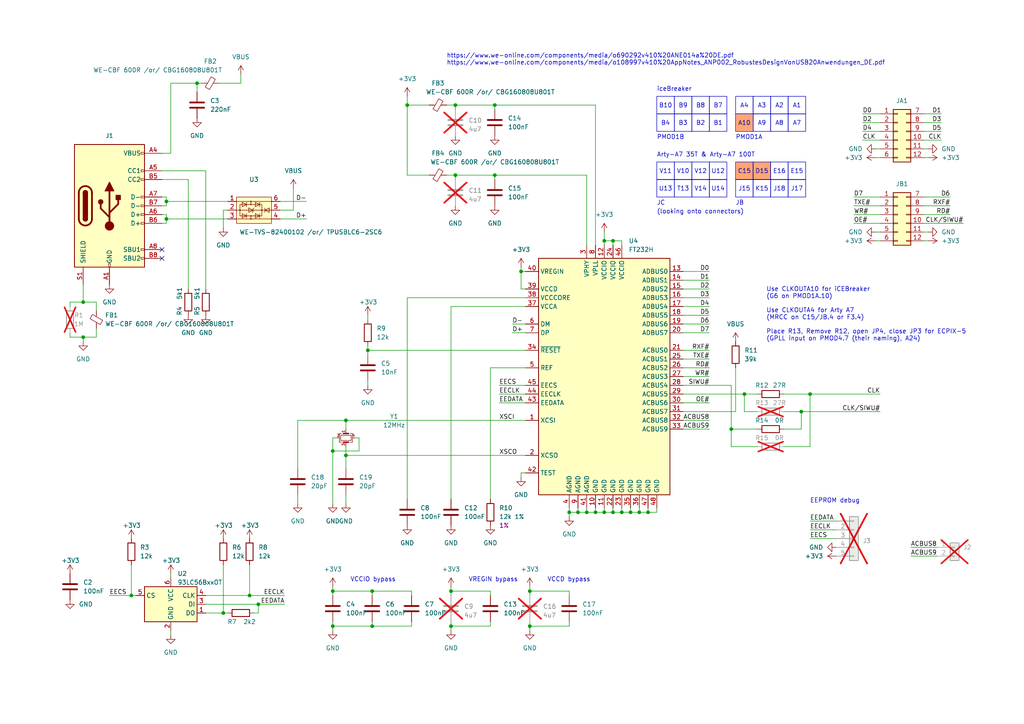
<source format=kicad_sch>
(kicad_sch (version 20230121) (generator eeschema)
  (paper "A4")
  (title_block (title "FT232 FIFO PMOD") (rev "v1.0"))
  (lib_symbols
    (symbol "Connector:USB_C_Receptacle_USB2.0" (pin_names (offset 1.016))
      (property "Reference" "J" (at -10.16 19.05 0))
      (property "Value" "USB_C_Receptacle_USB2.0" (at 19.05 19.05 0))
      (symbol "USB_C_Receptacle_USB2.0_1_1"
        (pin passive line (at 0 -22.86 90) (length 5.08) (name "GND") (number "A1"))
        (pin passive line (at 0 -22.86 90) (length 5.08) hide (name "GND") (number "A12"))
        (pin passive line (at 15.24 15.24 180) (length 5.08) (name "VBUS") (number "A4"))
        (pin bidirectional line (at 15.24 10.16 180) (length 5.08) (name "CC1") (number "A5"))
        (pin bidirectional line (at 15.24 -2.54 180) (length 5.08) (name "D+") (number "A6"))
        (pin bidirectional line (at 15.24 2.54 180) (length 5.08) (name "D-") (number "A7"))
        (pin bidirectional line (at 15.24 -12.7 180) (length 5.08) (name "SBU1") (number "A8"))
        (pin passive line (at 15.24 15.24 180) (length 5.08) hide (name "VBUS") (number "A9"))
        (pin passive line (at 0 -22.86 90) (length 5.08) hide (name "GND") (number "B1"))
        (pin passive line (at 0 -22.86 90) (length 5.08) hide (name "GND") (number "B12"))
        (pin passive line (at 15.24 15.24 180) (length 5.08) hide (name "VBUS") (number "B4"))
        (pin bidirectional line (at 15.24 7.62 180) (length 5.08) (name "CC2") (number "B5"))
        (pin bidirectional line (at 15.24 -5.08 180) (length 5.08) (name "D+") (number "B6"))
        (pin bidirectional line (at 15.24 0 180) (length 5.08) (name "D-") (number "B7"))
        (pin bidirectional line (at 15.24 -15.24 180) (length 5.08) (name "SBU2") (number "B8"))
        (pin passive line (at 15.24 15.24 180) (length 5.08) hide (name "VBUS") (number "B9"))
        (pin passive line (at -7.62 -22.86 90) (length 5.08) (name "SHIELD") (number "S1"))
      )
    )
    (symbol "Connector_Generic:Conn_01x02" (pin_names (offset 1.016) hide)
      (property "Reference" "J" (at 0 2.54 0))
      (property "Value" "Conn_01x02" (at 0 -5.08 0))
      (symbol "Conn_01x02_1_1"
        (pin passive line (at -5.08 0 0) (length 3.81) (name "Pin_1") (number "1"))
        (pin passive line (at -5.08 -2.54 0) (length 3.81) (name "Pin_2") (number "2"))
      )
    )
    (symbol "Connector_Generic:Conn_01x05" (pin_names (offset 1.016) hide)
      (property "Reference" "J" (at 0 7.62 0))
      (property "Value" "Conn_01x05" (at 0 -7.62 0))
      (symbol "Conn_01x05_1_1"
        (pin passive line (at -5.08 5.08 0) (length 3.81) (name "Pin_1") (number "1"))
        (pin passive line (at -5.08 2.54 0) (length 3.81) (name "Pin_2") (number "2"))
        (pin passive line (at -5.08 0 0) (length 3.81) (name "Pin_3") (number "3"))
        (pin passive line (at -5.08 -2.54 0) (length 3.81) (name "Pin_4") (number "4"))
        (pin passive line (at -5.08 -5.08 0) (length 3.81) (name "Pin_5") (number "5"))
      )
    )
    (symbol "Connector_Generic:Conn_02x06_Top_Bottom" (pin_names (offset 1.016) hide)
      (property "Reference" "J" (at 1.27 7.62 0))
      (property "Value" "Conn_02x06_Top_Bottom" (at 1.27 -10.16 0))
      (symbol "Conn_02x06_Top_Bottom_1_1"
        (pin passive line (at -5.08 5.08 0) (length 3.81) (name "Pin_1") (number "1"))
        (pin passive line (at 7.62 -2.54 180) (length 3.81) (name "Pin_10") (number "10"))
        (pin passive line (at 7.62 -5.08 180) (length 3.81) (name "Pin_11") (number "11"))
        (pin passive line (at 7.62 -7.62 180) (length 3.81) (name "Pin_12") (number "12"))
        (pin passive line (at -5.08 2.54 0) (length 3.81) (name "Pin_2") (number "2"))
        (pin passive line (at -5.08 0 0) (length 3.81) (name "Pin_3") (number "3"))
        (pin passive line (at -5.08 -2.54 0) (length 3.81) (name "Pin_4") (number "4"))
        (pin passive line (at -5.08 -5.08 0) (length 3.81) (name "Pin_5") (number "5"))
        (pin passive line (at -5.08 -7.62 0) (length 3.81) (name "Pin_6") (number "6"))
        (pin passive line (at 7.62 5.08 180) (length 3.81) (name "Pin_7") (number "7"))
        (pin passive line (at 7.62 2.54 180) (length 3.81) (name "Pin_8") (number "8"))
        (pin passive line (at 7.62 0 180) (length 3.81) (name "Pin_9") (number "9"))
      )
    )
    (symbol "Device:C" (pin_numbers hide) (pin_names (offset 0.254))
      (property "Reference" "C" (at 0.635 2.54 0))
      (property "Value" "C" (at 0.635 -2.54 0))
      (symbol "C_1_1"
        (pin passive line (at 0 3.81 270) (length 2.794) (name "~") (number "1"))
        (pin passive line (at 0 -3.81 90) (length 2.794) (name "~") (number "2"))
      )
    )
    (symbol "Device:Crystal_GND24_Small" (pin_names (offset 1.016) hide)
      (property "Reference" "Y" (at 1.27 4.445 0))
      (property "Value" "Crystal_GND24_Small" (at 1.27 2.54 0))
      (symbol "Crystal_GND24_Small_1_1"
        (pin passive line (at -2.54 0 0) (length 1.27) (name "1") (number "1"))
        (pin passive line (at 0 -2.54 90) (length 0.635) (name "2") (number "2"))
        (pin passive line (at 2.54 0 180) (length 1.27) (name "3") (number "3"))
        (pin passive line (at 0 2.54 270) (length 0.635) (name "4") (number "4"))
      )
    )
    (symbol "Device:FerriteBead_Small" (pin_numbers hide) (pin_names (offset 0))
      (property "Reference" "FB" (at 1.905 1.27 0))
      (property "Value" "FerriteBead_Small" (at 1.905 -1.27 0))
      (symbol "FerriteBead_Small_1_1"
        (pin passive line (at 0 2.54 270) (length 1.27) (name "~") (number "1"))
        (pin passive line (at 0 -2.54 90) (length 1.27) (name "~") (number "2"))
      )
    )
    (symbol "Device:R" (pin_numbers hide) (pin_names (offset 0))
      (property "Reference" "R" (at 2.032 0 90))
      (property "Value" "R" (at 0 0 90))
      (symbol "R_1_1"
        (pin passive line (at 0 3.81 270) (length 1.27) (name "~") (number "1"))
        (pin passive line (at 0 -3.81 90) (length 1.27) (name "~") (number "2"))
      )
    )
    (symbol "Interface_USB:FT232H"
      (property "Reference" "U" (at -19.05 35.56 0))
      (property "Value" "FT232H" (at 12.7 35.56 0))
      (symbol "FT232H_1_1"
        (pin input line (at -22.86 -12.7 0) (length 3.81) (name "XCSI") (number "1"))
        (pin power_in line (at -2.54 -38.1 90) (length 3.81) (name "GND") (number "10"))
        (pin power_in line (at 0 -38.1 90) (length 3.81) (name "GND") (number "11"))
        (pin power_in line (at 0 38.1 270) (length 3.81) (name "VCCIO") (number "12"))
        (pin bidirectional line (at 22.86 30.48 180) (length 3.81) (name "ADBUS0") (number "13"))
        (pin bidirectional line (at 22.86 27.94 180) (length 3.81) (name "ADBUS1") (number "14"))
        (pin bidirectional line (at 22.86 25.4 180) (length 3.81) (name "ADBUS2") (number "15"))
        (pin bidirectional line (at 22.86 22.86 180) (length 3.81) (name "ADBUS3") (number "16"))
        (pin bidirectional line (at 22.86 20.32 180) (length 3.81) (name "ADBUS4") (number "17"))
        (pin bidirectional line (at 22.86 17.78 180) (length 3.81) (name "ADBUS5") (number "18"))
        (pin bidirectional line (at 22.86 15.24 180) (length 3.81) (name "ADBUS6") (number "19"))
        (pin output line (at -22.86 -22.86 0) (length 3.81) (name "XCSO") (number "2"))
        (pin bidirectional line (at 22.86 12.7 180) (length 3.81) (name "ADBUS7") (number "20"))
        (pin bidirectional line (at 22.86 7.62 180) (length 3.81) (name "ACBUS0") (number "21"))
        (pin power_in line (at 2.54 -38.1 90) (length 3.81) (name "GND") (number "22"))
        (pin power_in line (at 5.08 -38.1 90) (length 3.81) (name "GND") (number "23"))
        (pin power_in line (at 2.54 38.1 270) (length 3.81) (name "VCCIO") (number "24"))
        (pin bidirectional line (at 22.86 5.08 180) (length 3.81) (name "ACBUS1") (number "25"))
        (pin bidirectional line (at 22.86 2.54 180) (length 3.81) (name "ACBUS2") (number "26"))
        (pin bidirectional line (at 22.86 0 180) (length 3.81) (name "ACBUS3") (number "27"))
        (pin bidirectional line (at 22.86 -2.54 180) (length 3.81) (name "ACBUS4") (number "28"))
        (pin bidirectional line (at 22.86 -5.08 180) (length 3.81) (name "ACBUS5") (number "29"))
        (pin power_in line (at -5.08 38.1 270) (length 3.81) (name "VPHY") (number "3"))
        (pin bidirectional line (at 22.86 -7.62 180) (length 3.81) (name "ACBUS6") (number "30"))
        (pin bidirectional line (at 22.86 -10.16 180) (length 3.81) (name "ACBUS7") (number "31"))
        (pin bidirectional line (at 22.86 -12.7 180) (length 3.81) (name "ACBUS8") (number "32"))
        (pin bidirectional line (at 22.86 -15.24 180) (length 3.81) (name "ACBUS9") (number "33"))
        (pin input line (at -22.86 7.62 0) (length 3.81) (name "~{RESET}") (number "34"))
        (pin power_in line (at 7.62 -38.1 90) (length 3.81) (name "GND") (number "35"))
        (pin power_in line (at 10.16 -38.1 90) (length 3.81) (name "GND") (number "36"))
        (pin power_out line (at -22.86 20.32 0) (length 3.81) (name "VCCA") (number "37"))
        (pin power_out line (at -22.86 22.86 0) (length 3.81) (name "VCCCORE") (number "38"))
        (pin power_in line (at -22.86 25.4 0) (length 3.81) (name "VCCD") (number "39"))
        (pin power_in line (at -10.16 -38.1 90) (length 3.81) (name "AGND") (number "4"))
        (pin power_in line (at -22.86 30.48 0) (length 3.81) (name "VREGIN") (number "40"))
        (pin power_in line (at -5.08 -38.1 90) (length 3.81) (name "AGND") (number "41"))
        (pin input line (at -22.86 -27.94 0) (length 3.81) (name "TEST") (number "42"))
        (pin bidirectional line (at -22.86 -7.62 0) (length 3.81) (name "EEDATA") (number "43"))
        (pin input line (at -22.86 -5.08 0) (length 3.81) (name "EECLK") (number "44"))
        (pin input line (at -22.86 -2.54 0) (length 3.81) (name "EECS") (number "45"))
        (pin power_in line (at 5.08 38.1 270) (length 3.81) (name "VCCIO") (number "46"))
        (pin power_in line (at 12.7 -38.1 90) (length 3.81) (name "GND") (number "47"))
        (pin power_in line (at 15.24 -38.1 90) (length 3.81) (name "GND") (number "48"))
        (pin input line (at -22.86 2.54 0) (length 3.81) (name "REF") (number "5"))
        (pin bidirectional line (at -22.86 15.24 0) (length 3.81) (name "DM") (number "6"))
        (pin bidirectional line (at -22.86 12.7 0) (length 3.81) (name "DP") (number "7"))
        (pin power_in line (at -2.54 38.1 270) (length 3.81) (name "VPLL") (number "8"))
        (pin power_in line (at -7.62 -38.1 90) (length 3.81) (name "AGND") (number "9"))
      )
    )
    (symbol "Memory_EEPROM:93LCxxBxxOT"
      (property "Reference" "U" (at -6.35 6.35 0))
      (property "Value" "93LCxxBxxOT" (at 7.62 -6.35 0))
      (symbol "93LCxxBxxOT_1_1"
        (pin tri_state line (at 10.16 -2.54 180) (length 2.54) (name "DO") (number "1"))
        (pin power_in line (at 0 -7.62 90) (length 2.54) (name "GND") (number "2"))
        (pin input line (at 10.16 0 180) (length 2.54) (name "DI") (number "3"))
        (pin input line (at 10.16 2.54 180) (length 2.54) (name "CLK") (number "4"))
        (pin input line (at -10.16 2.54 0) (length 2.54) (name "CS") (number "5"))
        (pin power_in line (at 0 7.62 270) (length 2.54) (name "VCC") (number "6"))
      )
    )
    (symbol "Power_Protection:WE-TVS-82400102"
      (property "Reference" "U" (at 0 7.62 0))
      (property "Value" "WE-TVS-82400102" (at 0 5.08 0))
      (symbol "WE-TVS-82400102_1_1"
        (pin passive line (at -7.62 2.54 0) (length 2.54) (name "~") (number "1"))
        (pin passive line (at -7.62 0 0) (length 2.54) (name "~") (number "2"))
        (pin passive line (at -7.62 -2.54 0) (length 2.54) (name "~") (number "3"))
        (pin passive line (at 7.62 -2.54 180) (length 2.54) (name "~") (number "4"))
        (pin passive line (at 7.62 0 180) (length 2.54) (name "~") (number "5"))
        (pin passive line (at 7.62 2.54 180) (length 2.54) (name "~") (number "6"))
      )
    )
    (symbol "power:+3V3" (power) (pin_names (offset 0))
      (property "Value" "+3V3" (at 0 3.556 0))
      (symbol "+3V3_1_1"
        (pin power_in line (at 0 0 90) (length 0) hide (name "+3V3") (number "1"))
      )
    )
    (symbol "power:GND" (power) (pin_names (offset 0))
      (property "Value" "GND" (at 0 -3.81 0))
      (symbol "GND_1_1"
        (pin power_in line (at 0 0 270) (length 0) hide (name "GND") (number "1"))
      )
    )
    (symbol "power:VBUS" (power) (pin_names (offset 0))
      (property "Value" "VBUS" (at 0 3.81 0))
      (symbol "VBUS_1_1"
        (pin power_in line (at 0 0 90) (length 0) hide (name "VBUS") (number "1"))
      )
    )
  )
  (junction (at 167.64 148.59))
  (junction (at 232.41 119.38))
  (junction (at 180.34 148.59))
  (junction (at 132.08 50.8))
  (junction (at 172.72 148.59))
  (junction (at 48.26 58.42))
  (junction (at 100.33 121.92))
  (junction (at 57.15 24.13))
  (junction (at 175.26 69.85))
  (junction (at 96.52 171.45))
  (junction (at 130.81 181.61))
  (junction (at 64.77 177.8))
  (junction (at 143.51 50.8))
  (junction (at 24.13 87.63))
  (junction (at 177.8 148.59))
  (junction (at 48.26 63.5))
  (junction (at 96.52 181.61))
  (junction (at 185.42 148.59))
  (junction (at 170.18 148.59))
  (junction (at 212.09 124.46))
  (junction (at 215.9 114.3))
  (junction (at 107.95 171.45))
  (junction (at 234.95 114.3))
  (junction (at 187.96 148.59))
  (junction (at 118.11 30.48))
  (junction (at 132.08 30.48))
  (junction (at 151.13 78.74))
  (junction (at 177.8 69.85))
  (junction (at 153.67 171.45))
  (junction (at 143.51 30.48))
  (junction (at 130.81 171.45))
  (junction (at 165.1 148.59))
  (junction (at 72.39 172.72))
  (junction (at 153.67 181.61))
  (junction (at 38.1 172.72))
  (junction (at 175.26 148.59))
  (junction (at 96.52 130.81))
  (junction (at 106.68 101.6))
  (junction (at 24.13 97.79))
  (junction (at 74.93 175.26))
  (junction (at 182.88 148.59))
  (junction (at 107.95 181.61))
  (junction (at 100.33 132.08))
  (no_connect (at 46.99 72.39))
  (no_connect (at 46.99 74.93))
  (wire (pts (xy 46.99 44.45) (xy 49.53 44.45)))
  (wire (pts (xy 198.12 96.52) (xy 205.74 96.52)))
  (wire (pts (xy 27.94 95.25) (xy 27.94 97.79)))
  (wire (pts (xy 175.26 147.32) (xy 175.26 148.59)))
  (wire (pts (xy 279.4 64.77) (xy 267.97 64.77)))
  (wire (pts (xy 144.78 111.76) (xy 152.4 111.76)))
  (wire (pts (xy 172.72 30.48) (xy 143.51 30.48)))
  (wire (pts (xy 96.52 171.45) (xy 107.95 171.45)))
  (wire (pts (xy 170.18 50.8) (xy 143.51 50.8)))
  (wire (pts (xy 247.65 59.69) (xy 255.27 59.69)))
  (wire (pts (xy 165.1 181.61) (xy 153.67 181.61)))
  (wire (pts (xy 177.8 148.59) (xy 180.34 148.59)))
  (wire (pts (xy 198.12 88.9) (xy 205.74 88.9)))
  (wire (pts (xy 96.52 170.18) (xy 96.52 171.45)))
  (wire (pts (xy 97.79 127) (xy 96.52 127)))
  (wire (pts (xy 227.33 114.3) (xy 234.95 114.3)))
  (wire (pts (xy 165.1 148.59) (xy 167.64 148.59)))
  (wire (pts (xy 49.53 24.13) (xy 57.15 24.13)))
  (wire (pts (xy 250.19 38.1) (xy 255.27 38.1)))
  (wire (pts (xy 129.54 50.8) (xy 132.08 50.8)))
  (wire (pts (xy 227.33 129.54) (xy 234.95 129.54)))
  (wire (pts (xy 100.33 121.92) (xy 152.4 121.92)))
  (wire (pts (xy 267.97 69.85) (xy 269.24 69.85)))
  (wire (pts (xy 151.13 78.74) (xy 151.13 77.47)))
  (wire (pts (xy 96.52 181.61) (xy 96.52 182.88)))
  (wire (pts (xy 273.05 38.1) (xy 267.97 38.1)))
  (wire (pts (xy 153.67 170.18) (xy 153.67 171.45)))
  (wire (pts (xy 106.68 101.6) (xy 152.4 101.6)))
  (wire (pts (xy 175.26 67.31) (xy 175.26 69.85)))
  (wire (pts (xy 130.81 180.34) (xy 130.81 181.61)))
  (wire (pts (xy 20.32 87.63) (xy 20.32 88.9)))
  (wire (pts (xy 143.51 30.48) (xy 132.08 30.48)))
  (wire (pts (xy 170.18 71.12) (xy 170.18 50.8)))
  (wire (pts (xy 234.95 129.54) (xy 234.95 114.3)))
  (wire (pts (xy 165.1 148.59) (xy 165.1 149.86)))
  (wire (pts (xy 177.8 69.85) (xy 180.34 69.85)))
  (wire (pts (xy 69.85 24.13) (xy 69.85 21.59)))
  (wire (pts (xy 227.33 124.46) (xy 232.41 124.46)))
  (wire (pts (xy 152.4 83.82) (xy 151.13 83.82)))
  (wire (pts (xy 49.53 166.37) (xy 49.53 167.64)))
  (wire (pts (xy 118.11 86.36) (xy 152.4 86.36)))
  (wire (pts (xy 24.13 87.63) (xy 20.32 87.63)))
  (wire (pts (xy 72.39 163.83) (xy 72.39 172.72)))
  (wire (pts (xy 153.67 181.61) (xy 153.67 182.88)))
  (wire (pts (xy 107.95 180.34) (xy 107.95 181.61)))
  (wire (pts (xy 267.97 67.31) (xy 269.24 67.31)))
  (wire (pts (xy 142.24 180.34) (xy 142.24 181.61)))
  (wire (pts (xy 130.81 171.45) (xy 130.81 172.72)))
  (wire (pts (xy 212.09 111.76) (xy 212.09 124.46)))
  (wire (pts (xy 86.36 146.05) (xy 86.36 143.51)))
  (wire (pts (xy 100.33 132.08) (xy 152.4 132.08)))
  (wire (pts (xy 96.52 180.34) (xy 96.52 181.61)))
  (wire (pts (xy 205.74 101.6) (xy 198.12 101.6)))
  (wire (pts (xy 49.53 44.45) (xy 49.53 24.13)))
  (wire (pts (xy 74.93 175.26) (xy 82.55 175.26)))
  (wire (pts (xy 264.16 158.75) (xy 271.78 158.75)))
  (wire (pts (xy 232.41 124.46) (xy 232.41 119.38)))
  (wire (pts (xy 165.1 172.72) (xy 165.1 171.45)))
  (wire (pts (xy 212.09 124.46) (xy 212.09 129.54)))
  (wire (pts (xy 59.69 177.8) (xy 64.77 177.8)))
  (wire (pts (xy 175.26 69.85) (xy 177.8 69.85)))
  (wire (pts (xy 198.12 93.98) (xy 205.74 93.98)))
  (wire (pts (xy 267.97 45.72) (xy 269.24 45.72)))
  (wire (pts (xy 170.18 147.32) (xy 170.18 148.59)))
  (wire (pts (xy 151.13 137.16) (xy 151.13 138.43)))
  (wire (pts (xy 20.32 96.52) (xy 20.32 97.79)))
  (wire (pts (xy 198.12 114.3) (xy 215.9 114.3)))
  (wire (pts (xy 212.09 129.54) (xy 219.71 129.54)))
  (wire (pts (xy 124.46 50.8) (xy 118.11 50.8)))
  (wire (pts (xy 234.95 114.3) (xy 255.27 114.3)))
  (wire (pts (xy 102.87 127) (xy 104.14 127)))
  (wire (pts (xy 54.61 52.07) (xy 46.99 52.07)))
  (wire (pts (xy 107.95 181.61) (xy 119.38 181.61)))
  (wire (pts (xy 180.34 148.59) (xy 182.88 148.59)))
  (wire (pts (xy 273.05 40.64) (xy 267.97 40.64)))
  (wire (pts (xy 182.88 148.59) (xy 185.42 148.59)))
  (wire (pts (xy 104.14 127) (xy 104.14 130.81)))
  (wire (pts (xy 59.69 83.82) (xy 59.69 49.53)))
  (wire (pts (xy 254 43.18) (xy 255.27 43.18)))
  (wire (pts (xy 59.69 175.26) (xy 74.93 175.26)))
  (wire (pts (xy 275.59 57.15) (xy 267.97 57.15)))
  (wire (pts (xy 187.96 148.59) (xy 190.5 148.59)))
  (wire (pts (xy 81.28 58.42) (xy 88.9 58.42)))
  (wire (pts (xy 198.12 91.44) (xy 205.74 91.44)))
  (wire (pts (xy 27.94 90.17) (xy 27.94 87.63)))
  (wire (pts (xy 148.59 93.98) (xy 152.4 93.98)))
  (wire (pts (xy 48.26 58.42) (xy 48.26 59.69)))
  (wire (pts (xy 27.94 87.63) (xy 24.13 87.63)))
  (wire (pts (xy 153.67 171.45) (xy 153.67 172.72)))
  (wire (pts (xy 275.59 62.23) (xy 267.97 62.23)))
  (wire (pts (xy 100.33 129.54) (xy 100.33 132.08)))
  (wire (pts (xy 118.11 50.8) (xy 118.11 30.48)))
  (wire (pts (xy 100.33 143.51) (xy 100.33 146.05)))
  (wire (pts (xy 254 67.31) (xy 255.27 67.31)))
  (wire (pts (xy 247.65 57.15) (xy 255.27 57.15)))
  (wire (pts (xy 175.26 69.85) (xy 175.26 71.12)))
  (wire (pts (xy 106.68 101.6) (xy 106.68 102.87)))
  (wire (pts (xy 165.1 180.34) (xy 165.1 181.61)))
  (wire (pts (xy 119.38 172.72) (xy 119.38 171.45)))
  (wire (pts (xy 273.05 35.56) (xy 267.97 35.56)))
  (wire (pts (xy 129.54 30.48) (xy 132.08 30.48)))
  (wire (pts (xy 143.51 50.8) (xy 132.08 50.8)))
  (wire (pts (xy 96.52 171.45) (xy 96.52 172.72)))
  (wire (pts (xy 198.12 78.74) (xy 205.74 78.74)))
  (wire (pts (xy 130.81 181.61) (xy 130.81 182.88)))
  (wire (pts (xy 172.72 148.59) (xy 172.72 147.32)))
  (wire (pts (xy 250.19 40.64) (xy 255.27 40.64)))
  (wire (pts (xy 172.72 148.59) (xy 175.26 148.59)))
  (wire (pts (xy 153.67 171.45) (xy 165.1 171.45)))
  (wire (pts (xy 54.61 83.82) (xy 54.61 52.07)))
  (wire (pts (xy 24.13 97.79) (xy 27.94 97.79)))
  (wire (pts (xy 48.26 62.23) (xy 48.26 63.5)))
  (wire (pts (xy 153.67 180.34) (xy 153.67 181.61)))
  (wire (pts (xy 38.1 163.83) (xy 38.1 172.72)))
  (wire (pts (xy 198.12 111.76) (xy 212.09 111.76)))
  (wire (pts (xy 232.41 119.38) (xy 255.27 119.38)))
  (wire (pts (xy 142.24 106.68) (xy 152.4 106.68)))
  (wire (pts (xy 20.32 97.79) (xy 24.13 97.79)))
  (wire (pts (xy 72.39 172.72) (xy 82.55 172.72)))
  (wire (pts (xy 107.95 172.72) (xy 107.95 171.45)))
  (wire (pts (xy 182.88 147.32) (xy 182.88 148.59)))
  (wire (pts (xy 198.12 86.36) (xy 205.74 86.36)))
  (wire (pts (xy 144.78 114.3) (xy 152.4 114.3)))
  (wire (pts (xy 167.64 148.59) (xy 170.18 148.59)))
  (wire (pts (xy 219.71 119.38) (xy 215.9 119.38)))
  (wire (pts (xy 234.95 156.21) (xy 242.57 156.21)))
  (wire (pts (xy 46.99 64.77) (xy 48.26 64.77)))
  (wire (pts (xy 255.27 69.85) (xy 254 69.85)))
  (wire (pts (xy 107.95 171.45) (xy 119.38 171.45)))
  (wire (pts (xy 100.33 124.46) (xy 100.33 121.92)))
  (wire (pts (xy 74.93 175.26) (xy 74.93 177.8)))
  (wire (pts (xy 49.53 184.15) (xy 49.53 182.88)))
  (wire (pts (xy 57.15 24.13) (xy 57.15 26.67)))
  (wire (pts (xy 165.1 147.32) (xy 165.1 148.59)))
  (wire (pts (xy 104.14 130.81) (xy 96.52 130.81)))
  (wire (pts (xy 198.12 81.28) (xy 205.74 81.28)))
  (wire (pts (xy 130.81 88.9) (xy 152.4 88.9)))
  (wire (pts (xy 132.08 50.8) (xy 132.08 52.07)))
  (wire (pts (xy 73.66 177.8) (xy 74.93 177.8)))
  (wire (pts (xy 132.08 30.48) (xy 132.08 31.75)))
  (wire (pts (xy 198.12 116.84) (xy 205.74 116.84)))
  (wire (pts (xy 59.69 49.53) (xy 46.99 49.53)))
  (wire (pts (xy 142.24 172.72) (xy 142.24 171.45)))
  (wire (pts (xy 234.95 153.67) (xy 242.57 153.67)))
  (wire (pts (xy 172.72 71.12) (xy 172.72 30.48)))
  (wire (pts (xy 48.26 57.15) (xy 48.26 58.42)))
  (wire (pts (xy 143.51 52.07) (xy 143.51 50.8)))
  (wire (pts (xy 198.12 83.82) (xy 205.74 83.82)))
  (wire (pts (xy 86.36 121.92) (xy 86.36 135.89)))
  (wire (pts (xy 63.5 24.13) (xy 69.85 24.13)))
  (wire (pts (xy 106.68 91.44) (xy 106.68 92.71)))
  (wire (pts (xy 247.65 62.23) (xy 255.27 62.23)))
  (wire (pts (xy 180.34 71.12) (xy 180.34 69.85)))
  (wire (pts (xy 227.33 119.38) (xy 232.41 119.38)))
  (wire (pts (xy 142.24 181.61) (xy 130.81 181.61)))
  (wire (pts (xy 46.99 59.69) (xy 48.26 59.69)))
  (wire (pts (xy 250.19 33.02) (xy 255.27 33.02)))
  (wire (pts (xy 250.19 35.56) (xy 255.27 35.56)))
  (wire (pts (xy 187.96 147.32) (xy 187.96 148.59)))
  (wire (pts (xy 255.27 45.72) (xy 254 45.72)))
  (wire (pts (xy 118.11 30.48) (xy 124.46 30.48)))
  (wire (pts (xy 264.16 161.29) (xy 271.78 161.29)))
  (wire (pts (xy 106.68 111.76) (xy 106.68 110.49)))
  (wire (pts (xy 247.65 64.77) (xy 255.27 64.77)))
  (wire (pts (xy 205.74 104.14) (xy 198.12 104.14)))
  (wire (pts (xy 205.74 124.46) (xy 198.12 124.46)))
  (wire (pts (xy 205.74 121.92) (xy 198.12 121.92)))
  (wire (pts (xy 96.52 181.61) (xy 107.95 181.61)))
  (wire (pts (xy 48.26 63.5) (xy 48.26 64.77)))
  (wire (pts (xy 96.52 127) (xy 96.52 130.81)))
  (wire (pts (xy 275.59 59.69) (xy 267.97 59.69)))
  (wire (pts (xy 142.24 106.68) (xy 142.24 144.78)))
  (wire (pts (xy 205.74 106.68) (xy 198.12 106.68)))
  (wire (pts (xy 118.11 27.94) (xy 118.11 30.48)))
  (wire (pts (xy 38.1 172.72) (xy 39.37 172.72)))
  (wire (pts (xy 205.74 109.22) (xy 198.12 109.22)))
  (wire (pts (xy 152.4 78.74) (xy 151.13 78.74)))
  (wire (pts (xy 100.33 121.92) (xy 86.36 121.92)))
  (wire (pts (xy 85.09 60.96) (xy 85.09 54.61)))
  (wire (pts (xy 215.9 114.3) (xy 219.71 114.3)))
  (wire (pts (xy 81.28 63.5) (xy 88.9 63.5)))
  (wire (pts (xy 185.42 147.32) (xy 185.42 148.59)))
  (wire (pts (xy 273.05 33.02) (xy 267.97 33.02)))
  (wire (pts (xy 46.99 57.15) (xy 48.26 57.15)))
  (wire (pts (xy 48.26 63.5) (xy 66.04 63.5)))
  (wire (pts (xy 66.04 60.96) (xy 64.77 60.96)))
  (wire (pts (xy 152.4 137.16) (xy 151.13 137.16)))
  (wire (pts (xy 130.81 170.18) (xy 130.81 171.45)))
  (wire (pts (xy 167.64 147.32) (xy 167.64 148.59)))
  (wire (pts (xy 185.42 148.59) (xy 187.96 148.59)))
  (wire (pts (xy 151.13 78.74) (xy 151.13 83.82)))
  (wire (pts (xy 148.59 96.52) (xy 152.4 96.52)))
  (wire (pts (xy 180.34 147.32) (xy 180.34 148.59)))
  (wire (pts (xy 64.77 163.83) (xy 64.77 177.8)))
  (wire (pts (xy 144.78 116.84) (xy 152.4 116.84)))
  (wire (pts (xy 234.95 151.13) (xy 242.57 151.13)))
  (wire (pts (xy 81.28 60.96) (xy 85.09 60.96)))
  (wire (pts (xy 143.51 31.75) (xy 143.51 30.48)))
  (wire (pts (xy 100.33 132.08) (xy 100.33 135.89)))
  (wire (pts (xy 130.81 88.9) (xy 130.81 144.78)))
  (wire (pts (xy 46.99 62.23) (xy 48.26 62.23)))
  (wire (pts (xy 106.68 100.33) (xy 106.68 101.6)))
  (wire (pts (xy 96.52 130.81) (xy 96.52 146.05)))
  (wire (pts (xy 213.36 119.38) (xy 213.36 106.68)))
  (wire (pts (xy 190.5 147.32) (xy 190.5 148.59)))
  (wire (pts (xy 177.8 71.12) (xy 177.8 69.85)))
  (wire (pts (xy 57.15 24.13) (xy 58.42 24.13)))
  (wire (pts (xy 170.18 148.59) (xy 172.72 148.59)))
  (wire (pts (xy 130.81 171.45) (xy 142.24 171.45)))
  (wire (pts (xy 48.26 58.42) (xy 66.04 58.42)))
  (wire (pts (xy 24.13 82.55) (xy 24.13 87.63)))
  (wire (pts (xy 59.69 172.72) (xy 72.39 172.72)))
  (wire (pts (xy 64.77 177.8) (xy 66.04 177.8)))
  (wire (pts (xy 24.13 97.79) (xy 24.13 99.06)))
  (wire (pts (xy 267.97 43.18) (xy 269.24 43.18)))
  (wire (pts (xy 31.75 172.72) (xy 38.1 172.72)))
  (wire (pts (xy 198.12 119.38) (xy 213.36 119.38)))
  (wire (pts (xy 177.8 147.32) (xy 177.8 148.59)))
  (wire (pts (xy 215.9 114.3) (xy 215.9 119.38)))
  (wire (pts (xy 175.26 148.59) (xy 177.8 148.59)))
  (wire (pts (xy 64.77 60.96) (xy 64.77 66.04)))
  (wire (pts (xy 119.38 180.34) (xy 119.38 181.61)))
  (wire (pts (xy 212.09 124.46) (xy 219.71 124.46)))
  (wire (pts (xy 118.11 86.36) (xy 118.11 144.78)))
  (text_box "A3" (at 218.44 27.94 0) (size 5.08 5.08) (effects (font (size 1.27 1.27))))
  (text_box "D15" (at 218.44 46.99 0) (size 5.08 5.08) (fill (type color) (color 255 166 113 1)) (effects (font (size 1.27 1.27))))
  (text_box "A7" (at 228.6 33.02 0) (size 5.08 5.08) (effects (font (size 1.27 1.27))))
  (text_box "E15" (at 228.6 46.99 0) (size 5.08 5.08) (effects (font (size 1.27 1.27))))
  (text_box "K15" (at 218.44 52.07 0) (size 5.08 5.08) (effects (font (size 1.27 1.27))))
  (text_box "V12" (at 200.66 46.99 0) (size 5.08 5.08) (effects (font (size 1.27 1.27))))
  (text_box "B2" (at 200.66 33.02 0) (size 5.08 5.08) (effects (font (size 1.27 1.27))))
  (text_box "V11" (at 190.5 46.99 0) (size 5.08 5.08) (effects (font (size 1.27 1.27))))
  (text_box "V10" (at 195.58 46.99 0) (size 5.08 5.08) (effects (font (size 1.27 1.27))))
  (text_box "A10" (at 213.36 33.02 0) (size 5.08 5.08) (fill (type color) (color 255 166 113 1)) (effects (font (size 1.27 1.27))))
  (text_box "B3" (at 195.58 33.02 0) (size 5.08 5.08) (effects (font (size 1.27 1.27))))
  (text_box "B9" (at 195.58 27.94 0) (size 5.08 5.08) (effects (font (size 1.27 1.27))))
  (text_box "V14" (at 200.66 52.07 0) (size 5.08 5.08) (effects (font (size 1.27 1.27))))
  (text_box "C15" (at 213.36 46.99 0) (size 5.08 5.08) (fill (type color) (color 255 166 113 1)) (effects (font (size 1.27 1.27))))
  (text_box "U12" (at 205.74 46.99 0) (size 5.08 5.08) (effects (font (size 1.27 1.27))))
  (text_box "B1" (at 205.74 33.02 0) (size 5.08 5.08) (effects (font (size 1.27 1.27))))
  (text_box "J15" (at 213.36 52.07 0) (size 5.08 5.08) (effects (font (size 1.27 1.27))))
  (text_box "A9" (at 218.44 33.02 0) (size 5.08 5.08) (effects (font (size 1.27 1.27))))
  (text_box "U13" (at 190.5 52.07 0) (size 5.08 5.08) (effects (font (size 1.27 1.27))))
  (text_box "B8" (at 200.66 27.94 0) (size 5.08 5.08) (effects (font (size 1.27 1.27))))
  (text_box "A8" (at 223.52 33.02 0) (size 5.08 5.08) (effects (font (size 1.27 1.27))))
  (text_box "B4" (at 190.5 33.02 0) (size 5.08 5.08) (effects (font (size 1.27 1.27))))
  (text_box "J18" (at 223.52 52.07 0) (size 5.08 5.08) (effects (font (size 1.27 1.27))))
  (text_box "J17" (at 228.6 52.07 0) (size 5.08 5.08) (effects (font (size 1.27 1.27))))
  (text_box "U14" (at 205.74 52.07 0) (size 5.08 5.08) (effects (font (size 1.27 1.27))))
  (text_box "E16" (at 223.52 46.99 0) (size 5.08 5.08) (effects (font (size 1.27 1.27))))
  (text_box "A2" (at 223.52 27.94 0) (size 5.08 5.08) (effects (font (size 1.27 1.27))))
  (text_box "A1" (at 228.6 27.94 0) (size 5.08 5.08) (effects (font (size 1.27 1.27))))
  (text_box "T13" (at 195.58 52.07 0) (size 5.08 5.08) (effects (font (size 1.27 1.27))))
  (text_box "B10" (at 190.5 27.94 0) (size 5.08 5.08) (effects (font (size 1.27 1.27))))
  (text_box "A4" (at 213.36 27.94 0) (size 5.08 5.08) (effects (font (size 1.27 1.27))))
  (text_box "B7" (at 205.74 27.94 0) (size 5.08 5.08) (effects (font (size 1.27 1.27))))
  (text "Use CLKOUTA10 for iCEBreaker\n(G6 on PMOD1A.10)\n\nUse CLKOUTA4 for Arty A7\n(MRCC on C15/JB.4 or F3.4)\n\nPlace R13, Remove R12, open JP4, close JP3 for ECPIX-5\n(GPLL input on PMOD4.7 (their naming), A24)" (at 222.25 99.06 0) (effects (font (size 1.27 1.27)) (justify left bottom)))
  (text "https://www.we-online.com/components/media/o690292v410%20ANE014a%20DE.pdf\nhttps://www.we-online.com/components/media/o108997v410%20AppNotes_ANP002_RobustesDesignVonUSB20Anwendungen_DE.pdf\n" (at 129.54 19.05 0) (effects (font (size 1.27 1.27)) (justify left bottom)))
  (text "VCCD bypass" (at 158.75 168.91 0) (effects (font (size 1.27 1.27)) (justify left bottom)))
  (text "VCCIO bypass" (at 101.6 168.91 0) (effects (font (size 1.27 1.27)) (justify left bottom)))
  (text "iceBreaker" (at 190.5 26.67 0) (effects (font (size 1.27 1.27)) (justify left bottom)))
  (text "(looking onto connectors)" (at 190.5 62.23 0) (effects (font (size 1.27 1.27)) (justify left bottom)))
  (text "PMOD1A" (at 213.36 40.64 0) (effects (font (size 1.27 1.27)) (justify left bottom)))
  (text "JB" (at 213.36 59.69 0) (effects (font (size 1.27 1.27)) (justify left bottom)))
  (text "VREGIN bypass" (at 135.89 168.91 0) (effects (font (size 1.27 1.27)) (justify left bottom)))
  (text "PMOD1B" (at 190.5 40.64 0) (effects (font (size 1.27 1.27)) (justify left bottom)))
  (text "Arty-A7 35T & Arty-A7 100T" (at 190.5 45.72 0) (effects (font (size 1.27 1.27)) (justify left bottom)))
  (text "JC" (at 190.5 59.69 0) (effects (font (size 1.27 1.27)) (justify left bottom)))
  (text "EEPROM debug" (at 234.95 146.05 0) (effects (font (size 1.27 1.27)) (justify left bottom)))
  (label "D0" (at 250.19 33.02 0))
  (label "CLK{slash}SIWU#" (at 279.4 64.77 180))
  (label "EECS" (at 31.75 172.72 0))
  (label "D0" (at 205.74 78.74 180))
  (label "EEDATA" (at 82.55 175.26 180))
  (label "RXF#" (at 275.59 59.69 180))
  (label "D2" (at 250.19 35.56 0))
  (label "D3" (at 205.74 86.36 180))
  (label "EECLK" (at 82.55 172.72 180))
  (label "RXF#" (at 205.74 101.6 180))
  (label "EECLK" (at 144.78 114.3 0))
  (label "CLK" (at 255.27 114.3 180))
  (label "CLK" (at 250.19 40.64 0))
  (label "D7" (at 205.74 96.52 180))
  (label "RD#" (at 275.59 62.23 180))
  (label "ACBUS9" (at 264.16 161.29 0))
  (label "D3" (at 273.05 35.56 180))
  (label "OE#" (at 205.74 116.84 180))
  (label "D1" (at 205.74 81.28 180))
  (label "EECS" (at 144.78 111.76 0))
  (label "WR#" (at 205.74 109.22 180))
  (label "D-" (at 88.9 58.42 180))
  (label "RD#" (at 205.74 106.68 180))
  (label "EECLK" (at 234.95 153.67 0))
  (label "D+" (at 148.59 96.52 0))
  (label "CLK{slash}SIWU#" (at 255.27 119.38 180))
  (label "EEDATA" (at 234.95 151.13 0))
  (label "D7" (at 247.65 57.15 0))
  (label "D1" (at 273.05 33.02 180))
  (label "D6" (at 275.59 57.15 180))
  (label "ACBUS8" (at 264.16 158.75 0))
  (label "OE#" (at 247.65 64.77 0))
  (label "WR#" (at 247.65 62.23 0))
  (label "ACBUS9" (at 205.74 124.46 180))
  (label "ACBUS8" (at 205.74 121.92 180))
  (label "EEDATA" (at 144.78 116.84 0))
  (label "EECS" (at 234.95 156.21 0))
  (label "CLK" (at 273.05 40.64 180))
  (label "SIWU#" (at 205.74 111.76 180))
  (label "D5" (at 205.74 91.44 180))
  (label "D4" (at 250.19 38.1 0))
  (label "D+" (at 88.9 63.5 180))
  (label "XSCO" (at 144.78 132.08 0))
  (label "D6" (at 205.74 93.98 180))
  (label "TXE#" (at 205.74 104.14 180))
  (label "D-" (at 148.59 93.98 0))
  (label "D2" (at 205.74 83.82 180))
  (label "D5" (at 273.05 38.1 180))
  (label "D4" (at 205.74 88.9 180))
  (label "XSCI" (at 144.78 121.92 0))
  (label "TXE#" (at 247.65 59.69 0))
  (symbol (lib_id "Device:C") (at 106.68 106.68 0) (unit 1)
    (property "Reference" "C5" (at 110.49 105.4099 0) (effects (justify left)))
    (property "Value" "10nF" (at 110.49 107.9499 0) (effects (justify left)))
    (property "Footprint" "Capacitor_SMD:C_0402_1005Metric" (effects hide))
    (property "LCSC" "C15195" (effects hide))
  )
  (symbol (lib_id "Connector_Generic:Conn_02x06_Top_Bottom") (at 260.35 38.1 0) (unit 1)
    (property "Reference" "JA1" (at 261.62 29.21 0))
    (property "Value" "TE 825457-6" (effects hide))
    (property "Footprint" "local:PinHeaderPMOD_2x06_P2.54mm_Horizontal" (effects hide))
    (property "LCSC" "C60565" (effects hide))
  )
  (symbol (lib_id "Device:C") (at 132.08 35.56 0) (unit 1) (dnp yes)
    (property "Reference" "C10" (at 135.89 34.925 0) (effects (justify left)))
    (property "Value" "4u7" (at 135.89 37.465 0) (effects (justify left)))
    (property "Footprint" "Capacitor_SMD:C_0402_1005Metric" (effects hide))
  )
  (symbol (lib_id "power:GND") (at 269.24 43.18 90) (unit 1)
    (property "Reference" "#PWR045" (effects hide))
    (property "Value" "GND" (at 273.05 43.1799 90) (effects (justify right)))
  )
  (symbol (lib_id "power:+3V3") (at 242.57 161.29 90) (unit 1)
    (property "Reference" "#PWR050" (effects hide))
    (property "Value" "+3V3" (at 238.76 161.2899 90) (effects (justify left)))
  )
  (symbol (lib_id "Connector_Generic:Conn_02x06_Top_Bottom") (at 260.35 62.23 0) (unit 1)
    (property "Reference" "JB1" (at 261.62 53.34 0))
    (property "Value" "TE 825457-6" (effects hide))
    (property "Footprint" "local:PinHeaderPMOD_2x06_P2.54mm_Horizontal" (effects hide))
    (property "LCSC" "C60565" (effects hide))
  )
  (symbol (lib_id "power:+3V3") (at 38.1 156.21 0) (unit 1)
    (property "Reference" "#PWR07" (effects hide))
    (property "Value" "+3V3" (at 35.56 152.4 0) (effects (justify left)))
  )
  (symbol (lib_id "power:GND") (at 132.08 59.69 0) (unit 1)
    (property "Reference" "#PWR029" (effects hide))
    (property "Value" "GND" (at 132.08 64.77 0))
  )
  (symbol (lib_id "Device:R") (at 223.52 119.38 270) (unit 1) (dnp yes)
    (property "Reference" "R13" (at 220.98 116.84 90))
    (property "Value" "27R" (at 226.06 116.84 90))
    (property "Footprint" "Resistor_SMD:R_0402_1005Metric" (effects hide))
    (property "LCSC" "C140174" (effects hide))
  )
  (symbol (lib_id "Device:R") (at 59.69 87.63 0) (unit 1)
    (property "Reference" "R5" (at 57.15 90.17 90))
    (property "Value" "5k1" (at 57.15 85.09 90))
    (property "Footprint" "Resistor_SMD:R_0402_1005Metric" (effects hide))
    (property "LCSC" "C409700" (effects hide))
  )
  (symbol (lib_id "power:GND") (at 31.75 82.55 0) (unit 1)
    (property "Reference" "#PWR049" (effects hide))
    (property "Value" "GND" (at 31.75 87.63 0))
  )
  (symbol (lib_id "Device:C") (at 143.51 55.88 0) (unit 1)
    (property "Reference" "C15" (at 147.32 54.6099 0) (effects (justify left)))
    (property "Value" "100nF" (at 147.32 57.1499 0) (effects (justify left)))
    (property "Footprint" "Capacitor_SMD:C_0402_1005Metric" (effects hide))
    (property "LCSC" "C1525" (effects hide))
  )
  (symbol (lib_id "Memory_EEPROM:93LCxxBxxOT") (at 49.53 175.26 0) (unit 1)
    (property "Reference" "U2" (at 51.4859 166.37 0) (effects (justify left)))
    (property "Value" "93LC56BxxOT" (at 51.4859 168.91 0) (effects (justify left)))
    (property "Footprint" "Package_TO_SOT_SMD:SOT-23-6" (effects hide))
    (property "Datasheet" "https://ww1.microchip.com/downloads/aemDocuments/documents/MPD/ProductDocuments/DataSheets/93AA56X-93LC56X-93C56X-2-Kbit-Microwire-Compatible-Serial-EEPROM-Data-Sheet.pdf" (effects hide))
    (property "LCSC" "C190271" (effects hide))
  )
  (symbol (lib_id "Device:C") (at 143.51 35.56 0) (unit 1)
    (property "Reference" "C14" (at 147.32 34.2899 0) (effects (justify left)))
    (property "Value" "100nF" (at 147.32 36.8299 0) (effects (justify left)))
    (property "Footprint" "Capacitor_SMD:C_0402_1005Metric" (effects hide))
    (property "LCSC" "C1525" (effects hide))
  )
  (symbol (lib_id "power:+3V3") (at 175.26 67.31 0) (unit 1)
    (property "Reference" "#PWR039" (effects hide))
    (property "Value" "+3V3" (at 175.26 62.23 0))
  )
  (symbol (lib_id "power:GND") (at 130.81 152.4 0) (unit 1)
    (property "Reference" "#PWR030" (effects hide))
    (property "Value" "GND" (at 130.81 157.48 0))
  )
  (symbol (lib_id "power:GND") (at 151.13 138.43 0) (unit 1)
    (property "Reference" "#PWR035" (effects hide))
    (property "Value" "GND" (at 151.13 143.51 0))
  )
  (symbol (lib_id "power:GND") (at 86.36 146.05 0) (unit 1)
    (property "Reference" "#PWR06" (effects hide))
    (property "Value" "GND" (at 86.36 151.13 0))
  )
  (symbol (lib_id "power:GND") (at 96.52 146.05 0) (unit 1)
    (property "Reference" "#PWR09" (effects hide))
    (property "Value" "GND" (at 96.52 151.13 0))
  )
  (symbol (lib_id "power:GND") (at 254 43.18 270) (unit 1)
    (property "Reference" "#PWR041" (effects hide))
    (property "Value" "GND" (at 250.19 43.1799 90) (effects (justify right)))
  )
  (symbol (lib_id "power:VBUS") (at 213.36 99.06 0) (unit 1)
    (property "Reference" "#PWR040" (effects hide))
    (property "Value" "VBUS" (at 213.36 93.98 0))
  )
  (symbol (lib_id "power:+3V3") (at 254 69.85 90) (unit 1)
    (property "Reference" "#PWR044" (effects hide))
    (property "Value" "+3V3" (at 250.19 69.8499 90) (effects (justify left)))
  )
  (symbol (lib_id "Device:C") (at 20.32 170.18 0) (unit 1)
    (property "Reference" "C2" (at 24.13 168.9099 0) (effects (justify left)))
    (property "Value" "100nF" (at 24.13 171.4499 0) (effects (justify left)))
    (property "Footprint" "Capacitor_SMD:C_0402_1005Metric" (effects hide))
    (property "LCSC" "C1525" (effects hide))
  )
  (symbol (lib_id "power:GND") (at 100.33 146.05 0) (unit 1)
    (property "Reference" "#PWR08" (effects hide))
    (property "Value" "GND" (at 100.33 151.13 0))
  )
  (symbol (lib_id "Device:R") (at 20.32 92.71 0) (unit 1) (dnp yes)
    (property "Reference" "R1" (at 22.86 91.44 0))
    (property "Value" "1M" (at 22.86 93.98 0))
    (property "Footprint" "Resistor_SMD:R_0402_1005Metric" (effects hide))
    (property "LCSC" "C102751" (effects hide))
  )
  (symbol (lib_id "Device:R") (at 223.52 129.54 90) (unit 1) (dnp yes)
    (property "Reference" "R15" (at 220.98 127 90))
    (property "Value" "0R" (at 226.06 127 90))
    (property "Footprint" "Resistor_SMD:R_0402_1005Metric" (effects hide))
    (property "LCSC" "C279984" (effects hide))
  )
  (symbol (lib_id "Device:R") (at 38.1 160.02 0) (unit 1)
    (property "Reference" "R3" (at 40.64 158.7499 0) (effects (justify left)))
    (property "Value" "12k" (at 40.64 161.2899 0) (effects (justify left)))
    (property "Footprint" "Resistor_SMD:R_0402_1005Metric" (effects hide))
    (property "LCSC" "C25752" (effects hide))
  )
  (symbol (lib_id "power:GND") (at 57.15 34.29 0) (unit 1)
    (property "Reference" "#PWR013" (effects hide))
    (property "Value" "GND" (at 57.15 39.37 0))
  )
  (symbol (lib_id "Device:FerriteBead_Small") (at 60.96 24.13 270) (unit 1)
    (property "Reference" "FB2" (at 60.9981 17.78 90))
    (property "Value" "WE-CBF 600R /or/ CBG160808U801T" (at 45.72 20.32 90))
    (property "Footprint" "Inductor_SMD:L_0603_1608Metric" (effects hide))
    (property "Datasheet" "https://www.we-online.com/components/products/datasheet/742792651.pdf" (effects hide))
    (property "Würth" "742792651" (effects hide))
    (property "LCSC" "C98500" (effects hide))
  )
  (symbol (lib_id "Device:C") (at 118.11 148.59 0) (unit 1)
    (property "Reference" "C8" (at 121.92 147.3199 0) (effects (justify left)))
    (property "Value" "100nF" (at 121.92 149.8599 0) (effects (justify left)))
    (property "Footprint" "Capacitor_SMD:C_0402_1005Metric" (effects hide))
    (property "LCSC" "C1525" (effects hide))
  )
  (symbol (lib_id "power:GND") (at 96.52 182.88 0) (unit 1)
    (property "Reference" "#PWR021" (effects hide))
    (property "Value" "GND" (at 96.52 187.96 0))
  )
  (symbol (lib_id "Device:C") (at 130.81 148.59 0) (unit 1)
    (property "Reference" "C12" (at 134.62 147.3199 0) (effects (justify left)))
    (property "Value" "100nF" (at 134.62 149.8599 0) (effects (justify left)))
    (property "Footprint" "Capacitor_SMD:C_0402_1005Metric" (effects hide))
    (property "LCSC" "C1525" (effects hide))
  )
  (symbol (lib_id "Device:C") (at 57.15 30.48 0) (unit 1)
    (property "Reference" "C3" (at 60.96 29.2099 0) (effects (justify left)))
    (property "Value" "220nF" (at 60.96 31.7499 0) (effects (justify left)))
    (property "Footprint" "Capacitor_SMD:C_0603_1608Metric" (effects hide))
    (property "LCSC" "C16772" (effects hide))
  )
  (symbol (lib_id "power:GND") (at 130.81 182.88 0) (unit 1)
    (property "Reference" "#PWR027" (effects hide))
    (property "Value" "GND" (at 130.81 187.96 0))
  )
  (symbol (lib_id "Device:R") (at 64.77 160.02 0) (unit 1)
    (property "Reference" "R6" (at 67.31 158.7499 0) (effects (justify left)))
    (property "Value" "12k" (at 67.31 161.2899 0) (effects (justify left)))
    (property "Footprint" "Resistor_SMD:R_0402_1005Metric" (effects hide))
    (property "LCSC" "C25752" (effects hide))
  )
  (symbol (lib_id "power:GND") (at 165.1 149.86 0) (unit 1)
    (property "Reference" "#PWR038" (effects hide))
    (property "Value" "GND" (at 165.1 154.94 0))
  )
  (symbol (lib_id "power:+3V3") (at 130.81 170.18 0) (unit 1)
    (property "Reference" "#PWR026" (effects hide))
    (property "Value" "+3V3" (at 130.81 165.1 0))
  )
  (symbol (lib_id "power:GND") (at 132.08 39.37 0) (unit 1)
    (property "Reference" "#PWR028" (effects hide))
    (property "Value" "GND" (at 132.08 44.45 0))
  )
  (symbol (lib_id "Device:C") (at 119.38 176.53 0) (unit 1)
    (property "Reference" "C7" (at 123.19 175.2599 0) (effects (justify left)))
    (property "Value" "100nF" (at 123.19 177.7999 0) (effects (justify left)))
    (property "Footprint" "Capacitor_SMD:C_0402_1005Metric" (effects hide))
    (property "LCSC" "C1525" (effects hide))
  )
  (symbol (lib_id "Device:C") (at 132.08 55.88 0) (unit 1) (dnp yes)
    (property "Reference" "C11" (at 135.89 55.245 0) (effects (justify left)))
    (property "Value" "4u7" (at 135.89 57.785 0) (effects (justify left)))
    (property "Footprint" "Capacitor_SMD:C_0402_1005Metric" (effects hide))
  )
  (symbol (lib_id "Device:R") (at 72.39 160.02 0) (unit 1)
    (property "Reference" "R8" (at 74.93 158.7499 0) (effects (justify left)))
    (property "Value" "12k" (at 74.93 161.2899 0) (effects (justify left)))
    (property "Footprint" "Resistor_SMD:R_0402_1005Metric" (effects hide))
    (property "LCSC" "C25752" (effects hide))
  )
  (symbol (lib_id "power:GND") (at 20.32 173.99 0) (unit 1)
    (property "Reference" "#PWR04" (effects hide))
    (property "Value" "GND" (at 22.86 175.2599 0) (effects (justify left)))
  )
  (symbol (lib_id "Device:C") (at 153.67 176.53 0) (unit 1) (dnp yes)
    (property "Reference" "C16" (at 157.48 175.895 0) (effects (justify left)))
    (property "Value" "4u7" (at 157.48 178.435 0) (effects (justify left)))
    (property "Footprint" "Capacitor_SMD:C_0402_1005Metric" (effects hide))
  )
  (symbol (lib_id "power:GND") (at 54.61 91.44 0) (unit 1)
    (property "Reference" "#PWR012" (effects hide))
    (property "Value" "GND" (at 54.61 96.52 0))
  )
  (symbol (lib_id "power:GND") (at 106.68 111.76 0) (unit 1)
    (property "Reference" "#PWR023" (effects hide))
    (property "Value" "GND" (at 106.68 116.84 0))
  )
  (symbol (lib_id "power:+3V3") (at 20.32 166.37 0) (unit 1)
    (property "Reference" "#PWR03" (effects hide))
    (property "Value" "+3V3" (at 17.78 162.56 0) (effects (justify left)))
  )
  (symbol (lib_id "power:GND") (at 269.24 67.31 90) (unit 1)
    (property "Reference" "#PWR047" (effects hide))
    (property "Value" "GND" (at 273.05 67.3099 90) (effects (justify right)))
  )
  (symbol (lib_id "power:GND") (at 153.67 182.88 0) (unit 1)
    (property "Reference" "#PWR037" (effects hide))
    (property "Value" "GND" (at 153.67 187.96 0))
  )
  (symbol (lib_id "power:GND") (at 49.53 184.15 0) (unit 1)
    (property "Reference" "#PWR011" (effects hide))
    (property "Value" "GND" (at 49.53 189.23 0))
  )
  (symbol (lib_id "Connector_Generic:Conn_01x02") (at 276.86 158.75 0) (unit 1) (dnp yes)
    (property "Reference" "J2" (at 279.4 158.7499 0) (effects (justify left)))
    (property "Value" "dnp" (effects hide))
    (property "Footprint" "Connector_PinHeader_2.54mm:PinHeader_1x02_P2.54mm_Vertical" (effects hide))
  )
  (symbol (lib_id "power:+3V3") (at 269.24 69.85 270) (unit 1)
    (property "Reference" "#PWR048" (effects hide))
    (property "Value" "+3V3" (at 273.05 69.8499 90) (effects (justify left)))
  )
  (symbol (lib_id "Device:C") (at 86.36 139.7 0) (unit 1)
    (property "Reference" "C18" (at 90.17 138.43 0) (effects (justify left)))
    (property "Value" "20pF" (at 90.17 140.97 0) (effects (justify left)))
    (property "Footprint" "Capacitor_SMD:C_0402_1005Metric" (effects hide))
    (property "LCSC" "C1525" (effects hide))
  )
  (symbol (lib_id "Device:Crystal_GND24_Small") (at 100.33 127 270) (unit 1)
    (property "Reference" "Y1" (at 114.3 120.7703 90))
    (property "Value" "12MHz" (at 114.3 123.3103 90))
    (property "Footprint" "Crystal:Crystal_SMD_3225-4Pin_3.2x2.5mm_HandSoldering" (effects hide))
    (property "Datasheet" "https://datasheet.lcsc.com/lcsc/2202231530_HD-7B012000R01_C654952.pdf" (effects hide))
    (property "LCSC" "C654952" (effects hide))
  )
  (symbol (lib_id "power:VBUS") (at 69.85 21.59 0) (unit 1)
    (property "Reference" "#PWR017" (effects hide))
    (property "Value" "VBUS" (at 69.85 16.51 0))
  )
  (symbol (lib_id "power:GND") (at 254 67.31 270) (unit 1)
    (property "Reference" "#PWR043" (effects hide))
    (property "Value" "GND" (at 250.19 67.3099 90) (effects (justify right)))
  )
  (symbol (lib_id "power:+3V3") (at 118.11 27.94 0) (unit 1)
    (property "Reference" "#PWR024" (effects hide))
    (property "Value" "+3V3" (at 118.11 22.86 0))
  )
  (symbol (lib_id "Interface_USB:FT232H") (at 175.26 109.22 0) (unit 1)
    (property "Reference" "U4" (at 182.3594 69.85 0) (effects (justify left)))
    (property "Value" "FT232H" (at 182.3594 72.39 0) (effects (justify left)))
    (property "Footprint" "Package_DFN_QFN:QFN-48-1EP_8x8mm_P0.5mm_EP6.2x6.2mm" (effects hide))
    (property "Datasheet" "https://www.ftdichip.com/Support/Documents/DataSheets/ICs/DS_FT232H.pdf" (effects hide))
    (property "Farnell" "1870925" (effects hide))
    (property "LCSC" "C82158" (effects hide))
  )
  (symbol (lib_id "power:GND") (at 242.57 158.75 270) (unit 1)
    (property "Reference" "#PWR051" (effects hide))
    (property "Value" "GND" (at 238.76 158.7499 90) (effects (justify right)))
  )
  (symbol (lib_id "power:GND") (at 142.24 152.4 0) (unit 1)
    (property "Reference" "#PWR031" (effects hide))
    (property "Value" "GND" (at 142.24 157.48 0))
  )
  (symbol (lib_id "Device:R") (at 54.61 87.63 0) (unit 1)
    (property "Reference" "R4" (at 52.07 90.17 90))
    (property "Value" "5k1" (at 52.07 85.09 90))
    (property "Footprint" "Resistor_SMD:R_0402_1005Metric" (effects hide))
    (property "LCSC" "C409700" (effects hide))
  )
  (symbol (lib_id "power:+3V3") (at 72.39 156.21 0) (unit 1)
    (property "Reference" "#PWR018" (effects hide))
    (property "Value" "+3V3" (at 69.85 152.4 0) (effects (justify left)))
  )
  (symbol (lib_id "power:GND") (at 118.11 152.4 0) (unit 1)
    (property "Reference" "#PWR025" (effects hide))
    (property "Value" "GND" (at 118.11 157.48 0))
  )
  (symbol (lib_id "Device:FerriteBead_Small") (at 27.94 92.71 0) (unit 1)
    (property "Reference" "FB1" (at 30.48 91.4018 0) (effects (justify left)))
    (property "Value" "WE-CBF 600R /or/ CBG160808U801T" (at 30.48 93.9418 0) (effects (justify left)))
    (property "Footprint" "Inductor_SMD:L_0603_1608Metric" (effects hide))
    (property "Datasheet" "https://www.we-online.com/components/products/datasheet/742792651.pdf" (effects hide))
    (property "Würth" "742792651" (effects hide))
    (property "LCSC" "C98500" (effects hide))
  )
  (symbol (lib_id "Power_Protection:WE-TVS-82400102") (at 73.66 60.96 0) (unit 1)
    (property "Reference" "U3" (at 73.66 52.07 0))
    (property "Value" "WE-TVS-82400102 /or/ TPUSBLC6-2SC6" (at 90.17 67.31 0))
    (property "Footprint" "Package_TO_SOT_SMD:SOT-23-6" (effects hide))
    (property "Datasheet" "https://katalog.we-online.de/pbs/datasheet/82400102.pdf" (effects hide))
    (property "Würth" "82400102" (effects hide))
    (property "LCSC" "C558442" (effects hide))
  )
  (symbol (lib_id "Device:R") (at 213.36 102.87 0) (unit 1)
    (property "Reference" "R11" (at 215.9 101.5999 0) (effects (justify left)))
    (property "Value" "39k" (at 215.9 104.1399 0) (effects (justify left)))
    (property "Footprint" "Resistor_SMD:R_0402_1005Metric" (effects hide))
    (property "LCSC" "C25752" (effects hide))
  )
  (symbol (lib_id "power:+3V3") (at 269.24 45.72 270) (unit 1)
    (property "Reference" "#PWR046" (effects hide))
    (property "Value" "+3V3" (at 273.05 45.7199 90) (effects (justify left)))
  )
  (symbol (lib_id "power:VBUS") (at 85.09 54.61 0) (unit 1)
    (property "Reference" "#PWR019" (effects hide))
    (property "Value" "VBUS" (at 85.09 49.53 0))
  )
  (symbol (lib_id "power:+3V3") (at 49.53 166.37 0) (unit 1)
    (property "Reference" "#PWR010" (effects hide))
    (property "Value" "+3V3" (at 46.99 162.56 0) (effects (justify left)))
  )
  (symbol (lib_id "power:+3V3") (at 96.52 170.18 0) (unit 1)
    (property "Reference" "#PWR020" (effects hide))
    (property "Value" "+3V3" (at 96.52 165.1 0))
  )
  (symbol (lib_id "power:GND") (at 143.51 39.37 0) (unit 1)
    (property "Reference" "#PWR032" (effects hide))
    (property "Value" "GND" (at 143.51 44.45 0))
  )
  (symbol (lib_id "power:+3V3") (at 254 45.72 90) (unit 1)
    (property "Reference" "#PWR042" (effects hide))
    (property "Value" "+3V3" (at 250.19 45.7199 90) (effects (justify left)))
  )
  (symbol (lib_id "Connector_Generic:Conn_01x05") (at 247.65 156.21 0) (unit 1) (dnp yes)
    (property "Reference" "J3" (at 250.19 156.845 0) (effects (justify left)))
    (property "Value" "Conn_01x05" (effects hide))
    (property "Footprint" "Connector_PinHeader_2.54mm:PinHeader_1x05_P2.54mm_Vertical" (effects hide))
  )
  (symbol (lib_id "Device:FerriteBead_Small") (at 127 30.48 270) (unit 1)
    (property "Reference" "FB3" (at 127.0381 24.13 90))
    (property "Value" "WE-CBF 600R /or/ CBG160808U801T" (at 142.24 26.67 90))
    (property "Footprint" "Inductor_SMD:L_0603_1608Metric" (effects hide))
    (property "Datasheet" "https://www.we-online.com/components/products/datasheet/742792651.pdf" (effects hide))
    (property "Würth" "742792651" (effects hide))
    (property "LCSC" "C98500" (effects hide))
  )
  (symbol (lib_id "Device:C") (at 100.33 139.7 0) (unit 1)
    (property "Reference" "C19" (at 104.14 138.43 0) (effects (justify left)))
    (property "Value" "20pF" (at 104.14 140.97 0) (effects (justify left)))
    (property "Footprint" "Capacitor_SMD:C_0402_1005Metric" (effects hide))
    (property "LCSC" "C1525" (effects hide))
  )
  (symbol (lib_id "Device:R") (at 69.85 177.8 90) (unit 1)
    (property "Reference" "R7" (at 67.31 180.34 90))
    (property "Value" "2k2" (at 72.39 180.34 90))
    (property "Footprint" "Resistor_SMD:R_0402_1005Metric" (effects hide))
    (property "LCSC" "C25879" (effects hide))
  )
  (symbol (lib_id "Device:C") (at 107.95 176.53 0) (unit 1)
    (property "Reference" "C6" (at 111.76 175.2599 0) (effects (justify left)))
    (property "Value" "100nF" (at 111.76 177.7999 0) (effects (justify left)))
    (property "Footprint" "Capacitor_SMD:C_0402_1005Metric" (effects hide))
    (property "LCSC" "C1525" (effects hide))
  )
  (symbol (lib_id "power:+3V3") (at 153.67 170.18 0) (unit 1)
    (property "Reference" "#PWR036" (effects hide))
    (property "Value" "+3V3" (at 153.67 165.1 0))
  )
  (symbol (lib_id "Device:C") (at 142.24 176.53 0) (unit 1)
    (property "Reference" "C13" (at 146.05 175.2599 0) (effects (justify left)))
    (property "Value" "100nF" (at 146.05 177.7999 0) (effects (justify left)))
    (property "Footprint" "Capacitor_SMD:C_0402_1005Metric" (effects hide))
    (property "LCSC" "C1525" (effects hide))
  )
  (symbol (lib_id "Connector:USB_C_Receptacle_USB2.0") (at 31.75 59.69 0) (unit 1)
    (property "Reference" "J1" (at 31.75 39.37 0))
    (property "Value" "WR-COM USB 2.0 Type C Receptacle Horizontal SMT /or/ GT-USB-7010H" (effects hide))
    (property "Footprint" "local:wuerth_629722000214" (effects hide))
    (property "Datasheet" "https://www.we-online.com/components/products/datasheet/629722000214.pdf" (effects hide))
    (property "Würth" "629722000214" (effects hide))
    (property "LCSC" "C3001293" (effects hide))
  )
  (symbol (lib_id "power:GND") (at 143.51 59.69 0) (unit 1)
    (property "Reference" "#PWR033" (effects hide))
    (property "Value" "GND" (at 143.51 64.77 0))
  )
  (symbol (lib_id "power:GND") (at 59.69 91.44 0) (unit 1)
    (property "Reference" "#PWR014" (effects hide))
    (property "Value" "GND" (at 59.69 96.52 0))
  )
  (symbol (lib_id "Device:C") (at 130.81 176.53 0) (unit 1) (dnp yes)
    (property "Reference" "C9" (at 134.62 175.895 0) (effects (justify left)))
    (property "Value" "4u7" (at 134.62 178.435 0) (effects (justify left)))
    (property "Footprint" "Capacitor_SMD:C_0402_1005Metric" (effects hide))
  )
  (symbol (lib_id "Device:C") (at 96.52 176.53 0) (unit 1)
    (property "Reference" "C4" (at 100.33 175.2599 0) (effects (justify left)))
    (property "Value" "100nF" (at 100.33 177.7999 0) (effects (justify left)))
    (property "Footprint" "Capacitor_SMD:C_0402_1005Metric" (effects hide))
    (property "LCSC" "C1525" (effects hide))
  )
  (symbol (lib_id "power:GND") (at 24.13 99.06 0) (unit 1)
    (property "Reference" "#PWR05" (effects hide))
    (property "Value" "GND" (at 24.13 104.14 0))
  )
  (symbol (lib_id "power:+3V3") (at 151.13 77.47 0) (unit 1)
    (property "Reference" "#PWR034" (effects hide))
    (property "Value" "+3V3" (at 151.13 72.39 0))
  )
  (symbol (lib_id "power:GND") (at 64.77 66.04 0) (unit 1)
    (property "Reference" "#PWR015" (effects hide))
    (property "Value" "GND" (at 64.77 71.12 0))
  )
  (symbol (lib_id "Device:R") (at 142.24 148.59 0) (unit 1)
    (property "Reference" "R10" (at 144.78 147.3199 0) (effects (justify left)))
    (property "Value" "12k 1%" (at 144.78 149.8599 0) (effects (justify left)))
    (property "Footprint" "Resistor_SMD:R_0402_1005Metric" (effects hide))
    (property "LCSC" "C269386" (effects hide))
    (property "Tolerance" "1%" (at 144.78 152.4 0) (effects (justify left)))
  )
  (symbol (lib_id "Device:R") (at 223.52 124.46 90) (unit 1)
    (property "Reference" "R14" (at 220.98 121.92 90))
    (property "Value" "0R" (at 226.06 121.92 90))
    (property "Footprint" "Resistor_SMD:R_0402_1005Metric" (effects hide))
    (property "LCSC" "C279984" (effects hide))
  )
  (symbol (lib_id "Device:R") (at 106.68 96.52 0) (unit 1)
    (property "Reference" "R9" (at 109.22 95.2499 0) (effects (justify left)))
    (property "Value" "12k" (at 109.22 97.7899 0) (effects (justify left)))
    (property "Footprint" "Resistor_SMD:R_0402_1005Metric" (effects hide))
    (property "LCSC" "C25752" (effects hide))
  )
  (symbol (lib_id "power:+3V3") (at 64.77 156.21 0) (unit 1)
    (property "Reference" "#PWR016" (effects hide))
    (property "Value" "+3V3" (at 62.23 152.4 0) (effects (justify left)))
  )
  (symbol (lib_id "Device:FerriteBead_Small") (at 127 50.8 270) (unit 1)
    (property "Reference" "FB4" (at 127.0381 44.45 90))
    (property "Value" "WE-CBF 600R /or/ CBG160808U801T" (at 143.51 46.99 90))
    (property "Footprint" "Inductor_SMD:L_0603_1608Metric" (effects hide))
    (property "Datasheet" "https://www.we-online.com/components/products/datasheet/742792651.pdf" (effects hide))
    (property "Würth" "742792651" (effects hide))
    (property "LCSC" "C98500" (effects hide))
  )
  (symbol (lib_id "Device:R") (at 223.52 114.3 90) (unit 1)
    (property "Reference" "R12" (at 220.98 111.76 90))
    (property "Value" "27R" (at 226.06 111.76 90))
    (property "Footprint" "Resistor_SMD:R_0402_1005Metric" (effects hide))
    (property "LCSC" "C140174" (effects hide))
  )
  (symbol (lib_id "power:+3V3") (at 106.68 91.44 0) (unit 1)
    (property "Reference" "#PWR022" (effects hide))
    (property "Value" "+3V3" (at 104.14 87.63 0) (effects (justify left)))
  )
  (symbol (lib_id "Device:C") (at 165.1 176.53 0) (unit 1)
    (property "Reference" "C17" (at 168.91 175.2599 0) (effects (justify left)))
    (property "Value" "100nF" (at 168.91 177.7999 0) (effects (justify left)))
    (property "Footprint" "Capacitor_SMD:C_0402_1005Metric" (effects hide))
    (property "LCSC" "C1525" (effects hide))
  )
)
</source>
